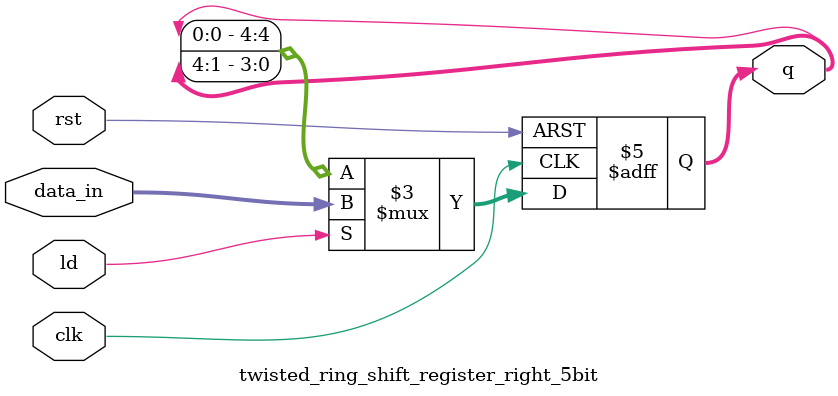
<source format=v>

module twisted_ring_shift_register_right_5bit(
    input clk,
    input rst,
    input ld, 
    input [4:0] data_in, 
    output reg [4:0] q
);
    always @(posedge clk or posedge rst) begin
        if (rst)
            q <= 5'b0;
        else if (ld)
            q <= data_in;
        else
            q <= {q[0], q[4:1]};
    end
endmodule //end Guia_1407

</source>
